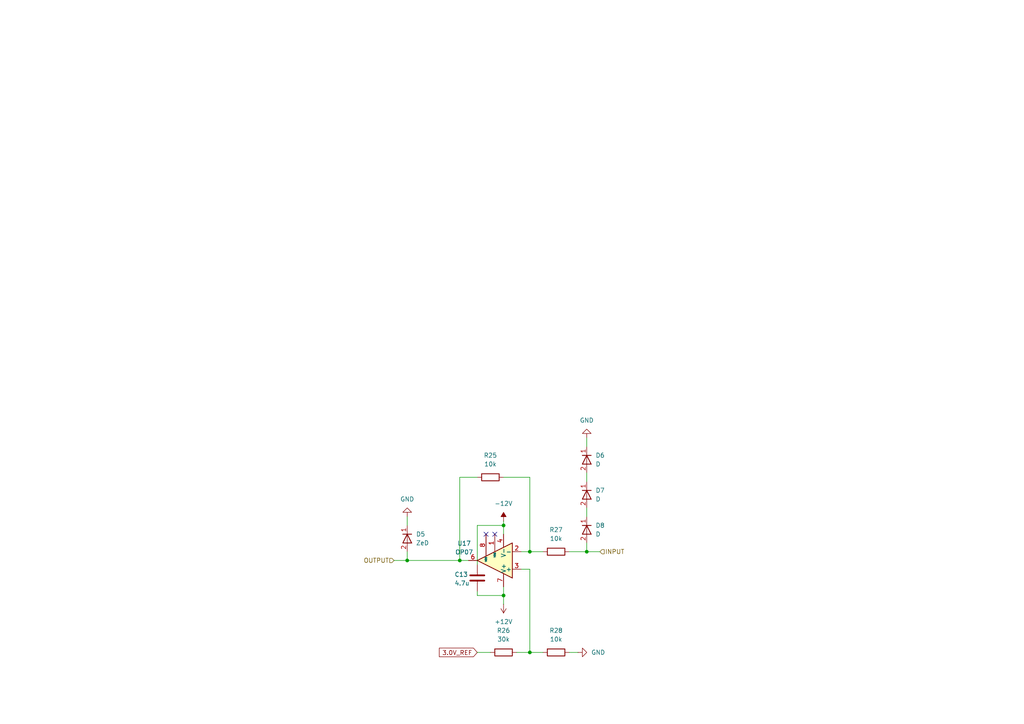
<source format=kicad_sch>
(kicad_sch (version 20250114) (generator "eeschema") (generator_version "9.0")
  (paper "A4")
  (lib_symbols
    (symbol "Amplifier_Operational:OP07" (pin_names (offset 0.127))
      (property "Reference" "U" (at 1.27 6.35 0))
      (property "Value" "OP07" (at 1.27 3.81 0))
      (symbol "OP07_0_1"
        (polyline (pts (xy -5.08 5.08) (xy 5.08 0) (xy -5.08 -5.08) (xy -5.08 5.08)) (stroke (width 0.254)) (fill (type background)))
      )
      (symbol "OP07_1_1"
        (pin input line (at -7.62 2.54 0) (length 2.54) (name "+") (number "3"))
        (pin input line (at -7.62 -2.54 0) (length 2.54) (name "-") (number "2"))
        (pin power_in line (at -2.54 7.62 270) (length 3.81) (name "V+") (number "7"))
        (pin power_in line (at -2.54 -7.62 90) (length 3.81) (name "V-") (number "4"))
        (pin no_connect line (at 0 2.54 270) (length 2.54) (hide yes) (name "NC") (number "5"))
        (pin input line (at 0 -7.62 90) (length 5.08) (name "VOS") (number "1"))
        (pin input line (at 2.54 -7.62 90) (length 6.35) (name "VOS") (number "8"))
        (pin output line (at 7.62 0 180) (length 2.54) (name "~") (number "6"))
      )
    )
    (symbol "Device:C" (pin_numbers (hide yes)) (pin_names (offset 0.254))
      (property "Reference" "C" (at 0.635 2.54 0))
      (property "Value" "C" (at 0.635 -2.54 0))
      (symbol "C_0_1"
        (polyline (pts (xy -2.032 0.762) (xy 2.032 0.762)) (stroke (width 0.508)))
        (polyline (pts (xy -2.032 -0.762) (xy 2.032 -0.762)) (stroke (width 0.508)))
      )
      (symbol "C_1_1"
        (pin passive line (at 0 3.81 270) (length 2.794) (name "~") (number "1"))
        (pin passive line (at 0 -3.81 90) (length 2.794) (name "~") (number "2"))
      )
    )
    (symbol "Device:R" (pin_numbers (hide yes)) (pin_names (offset 0))
      (property "Reference" "R" (at 2.032 0 90))
      (property "Value" "R" (at 0 0 90))
      (symbol "R_0_1"
        (rectangle (start -1.016 -2.54) (end 1.016 2.54) (stroke (width 0.254)))
      )
      (symbol "R_1_1"
        (pin passive line (at 0 3.81 270) (length 1.27) (name "~") (number "1"))
        (pin passive line (at 0 -3.81 90) (length 1.27) (name "~") (number "2"))
      )
    )
    (symbol "Simulation_SPICE:D" (pin_names (offset 1.016) (hide yes))
      (property "Reference" "D" (at 0 2.54 0))
      (property "Value" "D" (at 0 -2.54 0))
      (symbol "D_0_1"
        (polyline (pts (xy -1.27 1.27) (xy -1.27 -1.27)) (stroke (width 0.254)))
        (polyline (pts (xy 1.27 1.27) (xy 1.27 -1.27) (xy -1.27 0) (xy 1.27 1.27)) (stroke (width 0.254)))
        (polyline (pts (xy 1.27 0) (xy -1.27 0)))
      )
      (symbol "D_1_1"
        (pin passive line (at -3.81 0 0) (length 2.54) (name "K") (number "1"))
        (pin passive line (at 3.81 0 180) (length 2.54) (name "A") (number "2"))
      )
    )
    (symbol "power:+12V" (power) (pin_numbers (hide yes)) (pin_names (offset 0) (hide yes))
      (property "Value" "+12V" (at 0 3.556 0))
      (symbol "+12V_0_1"
        (polyline (pts (xy -0.762 1.27) (xy 0 2.54)))
        (polyline (pts (xy 0 2.54) (xy 0.762 1.27)))
        (polyline (pts (xy 0 0) (xy 0 2.54)))
      )
      (symbol "+12V_1_1"
        (pin power_in line (at 0 0 90) (length 0) (name "~") (number "1"))
      )
    )
    (symbol "power:-12V" (power) (pin_numbers (hide yes)) (pin_names (offset 0) (hide yes))
      (property "Value" "-12V" (at 0 3.556 0))
      (symbol "-12V_0_0"
        (pin power_in line (at 0 0 90) (length 0) (name "~") (number "1"))
      )
      (symbol "-12V_0_1"
        (polyline (pts (xy 0 0) (xy 0 1.27) (xy 0.762 1.27) (xy 0 2.54) (xy -0.762 1.27) (xy 0 1.27)) (fill (type outline)))
      )
    )
    (symbol "power:GND" (power) (pin_numbers (hide yes)) (pin_names (offset 0) (hide yes))
      (property "Value" "GND" (at 0 -3.81 0))
      (symbol "GND_0_1"
        (polyline (pts (xy 0 0) (xy 0 -1.27) (xy 1.27 -1.27) (xy 0 -2.54) (xy -1.27 -1.27) (xy 0 -1.27)))
      )
      (symbol "GND_1_1"
        (pin power_in line (at 0 0 270) (length 0) (name "~") (number "1"))
      )
    )
  )
  (junction (at 146.05 152.4))
  (junction (at 118.11 162.56))
  (junction (at 153.67 189.23))
  (junction (at 146.05 172.72))
  (junction (at 170.18 160.02))
  (junction (at 133.35 162.56))
  (junction (at 153.67 160.02))
  (no_connect (at 143.51 154.94))
  (no_connect (at 140.97 154.94))
  (wire (pts (xy 170.18 147.32) (xy 170.18 149.86)))
  (wire (pts (xy 138.43 152.4) (xy 146.05 152.4)))
  (wire (pts (xy 133.35 138.43) (xy 133.35 162.56)))
  (wire (pts (xy 170.18 127) (xy 170.18 129.54)))
  (wire (pts (xy 118.11 162.56) (xy 133.35 162.56)))
  (wire (pts (xy 165.1 189.23) (xy 167.64 189.23)))
  (wire (pts (xy 118.11 160.02) (xy 118.11 162.56)))
  (wire (pts (xy 153.67 165.1) (xy 151.13 165.1)))
  (wire (pts (xy 153.67 138.43) (xy 146.05 138.43)))
  (wire (pts (xy 146.05 152.4) (xy 146.05 154.94)))
  (wire (pts (xy 138.43 189.23) (xy 142.24 189.23)))
  (wire (pts (xy 138.43 172.72) (xy 146.05 172.72)))
  (wire (pts (xy 153.67 160.02) (xy 157.48 160.02)))
  (wire (pts (xy 146.05 151.13) (xy 146.05 152.4)))
  (wire (pts (xy 170.18 137.16) (xy 170.18 139.7)))
  (wire (pts (xy 153.67 189.23) (xy 157.48 189.23)))
  (wire (pts (xy 114.3 162.56) (xy 118.11 162.56)))
  (wire (pts (xy 138.43 171.45) (xy 138.43 172.72)))
  (wire (pts (xy 153.67 138.43) (xy 153.67 160.02)))
  (wire (pts (xy 133.35 162.56) (xy 135.89 162.56)))
  (wire (pts (xy 118.11 149.86) (xy 118.11 152.4)))
  (wire (pts (xy 138.43 163.83) (xy 138.43 152.4)))
  (wire (pts (xy 165.1 160.02) (xy 170.18 160.02)))
  (wire (pts (xy 146.05 172.72) (xy 146.05 175.26)))
  (wire (pts (xy 170.18 157.48) (xy 170.18 160.02)))
  (wire (pts (xy 138.43 138.43) (xy 133.35 138.43)))
  (wire (pts (xy 146.05 170.18) (xy 146.05 172.72)))
  (wire (pts (xy 153.67 165.1) (xy 153.67 189.23)))
  (wire (pts (xy 151.13 160.02) (xy 153.67 160.02)))
  (wire (pts (xy 149.86 189.23) (xy 153.67 189.23)))
  (wire (pts (xy 170.18 160.02) (xy 173.99 160.02)))
  (global_label "3.0V_REF" (shape input) (at 138.43 189.23 180) (property "Intersheetrefs" "${INTERSHEET_REFS}" (effects (hide yes))))
  (hierarchical_label "OUTPUT" (shape input) (at 114.3 162.56 180))
  (hierarchical_label "INPUT" (shape input) (at 173.99 160.02 0))
  (symbol (lib_id "Amplifier_Operational:OP07") (at 143.51 162.56 180) (unit 1)
    (property "Reference" "U11" (at 134.62 157.6068 0))
    (property "Value" "OP07" (at 134.62 160.1468 0))
    (property "Footprint" "Package_DIP:DIP-8_W7.62mm" (effects (hide yes)))
    (property "Datasheet" "https://www.analog.com/media/en/technical-documentation/data-sheets/OP07.pdf" (effects (hide yes)))
    (property "Description" "Single Ultra-Low Offset Voltage Operational Amplifier, DIP-8/SOIC-8" (effects (hide yes)))
    (instances (project "" (path "" (reference "U17") (unit 1)) (path "" (reference "U11") (unit 1))))
  )
  (symbol (lib_id "Device:R") (at 146.05 189.23 90) (unit 1)
    (property "Reference" "R13" (at 146.05 182.88 90))
    (property "Value" "30k" (at 146.05 185.42 90))
    (property "Footprint" "Resistor_SMD:R_0603_1608Metric" (effects (hide yes)))
    (property "Description" "Resistor" (effects (hide yes)))
    (property "Sim.Device" "R" (effects (hide yes)))
    (property "Sim.Type" "=" (effects (hide yes)))
    (property "Sim.Params" "r=30k" (effects (hide yes)))
    (property "Sim.Pins" "1=+ 2=-" (effects (hide yes)))
    (instances (project "SMU" (path "" (reference "R26") (unit 1)) (path "" (reference "R13") (unit 1))))
  )
  (symbol (lib_id "power:+12V") (at 146.05 175.26 180) (unit 1)
    (property "Reference" "#PWR029" (effects (hide yes)))
    (property "Value" "+12V" (at 146.05 180.34 0))
    (property "Description" "Power symbol creates a global label with name \"+12V\"" (effects (hide yes)))
    (instances (project "" (path "" (reference "#PWR044") (unit 1)) (path "" (reference "#PWR029") (unit 1))))
  )
  (symbol (lib_id "power:GND") (at 118.11 149.86 180) (unit 1)
    (property "Reference" "#PWR027" (effects (hide yes)))
    (property "Value" "GND" (at 118.11 144.78 0))
    (property "Description" "Power symbol creates a global label with name \"GND\" , ground" (effects (hide yes)))
    (instances (project "SMU" (path "" (reference "#PWR042") (unit 1)) (path "" (reference "#PWR027") (unit 1))))
  )
  (symbol (lib_id "power:GND") (at 170.18 127 180) (unit 1)
    (property "Reference" "#PWR031" (effects (hide yes)))
    (property "Value" "GND" (at 170.18 121.92 0))
    (property "Description" "Power symbol creates a global label with name \"GND\" , ground" (effects (hide yes)))
    (instances (project "SMU" (path "" (reference "#PWR046") (unit 1)) (path "" (reference "#PWR031") (unit 1))))
  )
  (symbol (lib_id "power:-12V") (at 146.05 151.13 0) (unit 1)
    (property "Reference" "#PWR028" (effects (hide yes)))
    (property "Value" "-12V" (at 146.05 146.05 0))
    (property "Description" "Power symbol creates a global label with name \"-12V\"" (effects (hide yes)))
    (instances (project "" (path "" (reference "#PWR043") (unit 1)) (path "" (reference "#PWR028") (unit 1))))
  )
  (symbol (lib_id "Simulation_SPICE:D") (at 170.18 143.51 270) (unit 1)
    (property "Reference" "D3" (at 172.72 142.2399 90) (effects (justify left)))
    (property "Value" "D" (at 172.72 144.7799 90) (effects (justify left)))
    (property "Footprint" "Diode_THT:D_DO-34_SOD68_P7.62mm_Horizontal" (effects (hide yes)))
    (property "Datasheet" "https://ngspice.sourceforge.io/docs/ngspice-html-manual/manual.xhtml#cha_DIODEs" (effects (hide yes)))
    (property "Description" "Diode for simulation or PCB" (effects (hide yes)))
    (property "Sim.Device" "D" (effects (hide yes)))
    (property "Sim.Pins" "1=K 2=A" (effects (hide yes)))
    (property "Sim.Params" "rs=50m cjo=10p" (effects (hide yes)))
    (instances (project "SMU" (path "" (reference "D7") (unit 1)) (path "" (reference "D3") (unit 1))))
  )
  (symbol (lib_id "Device:R") (at 161.29 160.02 90) (unit 1)
    (property "Reference" "R14" (at 161.29 153.67 90))
    (property "Value" "10k" (at 161.29 156.21 90))
    (property "Footprint" "Resistor_SMD:R_0603_1608Metric" (effects (hide yes)))
    (property "Description" "Resistor" (effects (hide yes)))
    (instances (project "SMU" (path "" (reference "R27") (unit 1)) (path "" (reference "R14") (unit 1))))
  )
  (symbol (lib_id "power:GND") (at 167.64 189.23 90) (unit 1)
    (property "Reference" "#PWR030" (effects (hide yes)))
    (property "Value" "GND" (at 171.45 189.2299 90) (effects (justify right)))
    (property "Description" "Power symbol creates a global label with name \"GND\" , ground" (effects (hide yes)))
    (instances (project "SMU" (path "" (reference "#PWR045") (unit 1)) (path "" (reference "#PWR030") (unit 1))))
  )
  (symbol (lib_id "Device:C") (at 138.43 167.64 0) (unit 1)
    (property "Reference" "C9" (at 131.826 166.624 0) (effects (justify left)))
    (property "Value" "4.7u" (at 131.826 169.164 0) (effects (justify left)))
    (property "Footprint" "Capacitor_SMD:C_1206_3216Metric" (effects (hide yes)))
    (property "Description" "Unpolarized capacitor" (effects (hide yes)))
    (instances (project "SMU" (path "" (reference "C13") (unit 1)) (path "" (reference "C9") (unit 1))))
  )
  (symbol (lib_id "Simulation_SPICE:D") (at 170.18 133.35 270) (unit 1)
    (property "Reference" "D2" (at 172.72 132.0799 90) (effects (justify left)))
    (property "Value" "D" (at 172.72 134.6199 90) (effects (justify left)))
    (property "Footprint" "Diode_THT:D_DO-34_SOD68_P7.62mm_Horizontal" (effects (hide yes)))
    (property "Datasheet" "https://ngspice.sourceforge.io/docs/ngspice-html-manual/manual.xhtml#cha_DIODEs" (effects (hide yes)))
    (property "Description" "Diode for simulation or PCB" (effects (hide yes)))
    (property "Sim.Device" "D" (effects (hide yes)))
    (property "Sim.Pins" "1=K 2=A" (effects (hide yes)))
    (property "Sim.Params" "rs=50m cjo=10p" (effects (hide yes)))
    (instances (project "SMU" (path "" (reference "D6") (unit 1)) (path "" (reference "D2") (unit 1))))
  )
  (symbol (lib_id "Device:R") (at 142.24 138.43 90) (unit 1)
    (property "Reference" "R12" (at 142.24 132.08 90))
    (property "Value" "10k" (at 142.24 134.62 90))
    (property "Footprint" "Resistor_SMD:R_0603_1608Metric" (effects (hide yes)))
    (property "Description" "Resistor" (effects (hide yes)))
    (instances (project "SMU" (path "" (reference "R25") (unit 1)) (path "" (reference "R12") (unit 1))))
  )
  (symbol (lib_id "Simulation_SPICE:D") (at 118.11 156.21 270) (unit 1)
    (property "Reference" "D1" (at 120.65 154.9399 90) (effects (justify left)))
    (property "Value" "ZeD" (at 120.65 157.4799 90) (effects (justify left)))
    (property "Footprint" "Diode_THT:D_DO-34_SOD68_P7.62mm_Horizontal" (effects (hide yes)))
    (property "Datasheet" "https://ngspice.sourceforge.io/docs/ngspice-html-manual/manual.xhtml#cha_DIODEs" (effects (hide yes)))
    (property "Description" "Diode for simulation or PCB" (effects (hide yes)))
    (property "Sim.Device" "D" (effects (hide yes)))
    (property "Sim.Pins" "1=K 2=A" (effects (hide yes)))
    (property "Sim.Params" "rs=50m cjo=10p" (effects (hide yes)))
    (instances (project "SMU" (path "" (reference "D5") (unit 1)) (path "" (reference "D1") (unit 1))))
  )
  (symbol (lib_id "Device:R") (at 161.29 189.23 90) (unit 1)
    (property "Reference" "R15" (at 161.29 182.88 90))
    (property "Value" "10k" (at 161.29 185.42 90))
    (property "Footprint" "Resistor_SMD:R_0603_1608Metric" (effects (hide yes)))
    (property "Description" "Resistor" (effects (hide yes)))
    (property "Sim.Device" "R" (effects (hide yes)))
    (property "Sim.Type" "=" (effects (hide yes)))
    (property "Sim.Params" "r=10k" (effects (hide yes)))
    (property "Sim.Pins" "1=+ 2=-" (effects (hide yes)))
    (instances (project "SMU" (path "" (reference "R28") (unit 1)) (path "" (reference "R15") (unit 1))))
  )
  (symbol (lib_id "Simulation_SPICE:D") (at 170.18 153.67 270) (unit 1)
    (property "Reference" "D4" (at 172.72 152.3999 90) (effects (justify left)))
    (property "Value" "D" (at 172.72 154.9399 90) (effects (justify left)))
    (property "Footprint" "Diode_THT:D_DO-34_SOD68_P7.62mm_Horizontal" (effects (hide yes)))
    (property "Datasheet" "https://ngspice.sourceforge.io/docs/ngspice-html-manual/manual.xhtml#cha_DIODEs" (effects (hide yes)))
    (property "Description" "Diode for simulation or PCB" (effects (hide yes)))
    (property "Sim.Device" "D" (effects (hide yes)))
    (property "Sim.Pins" "1=K 2=A" (effects (hide yes)))
    (property "Sim.Params" "rs=50m cjo=10p" (effects (hide yes)))
    (instances (project "SMU" (path "" (reference "D8") (unit 1)) (path "" (reference "D4") (unit 1))))
  )
)
</source>
